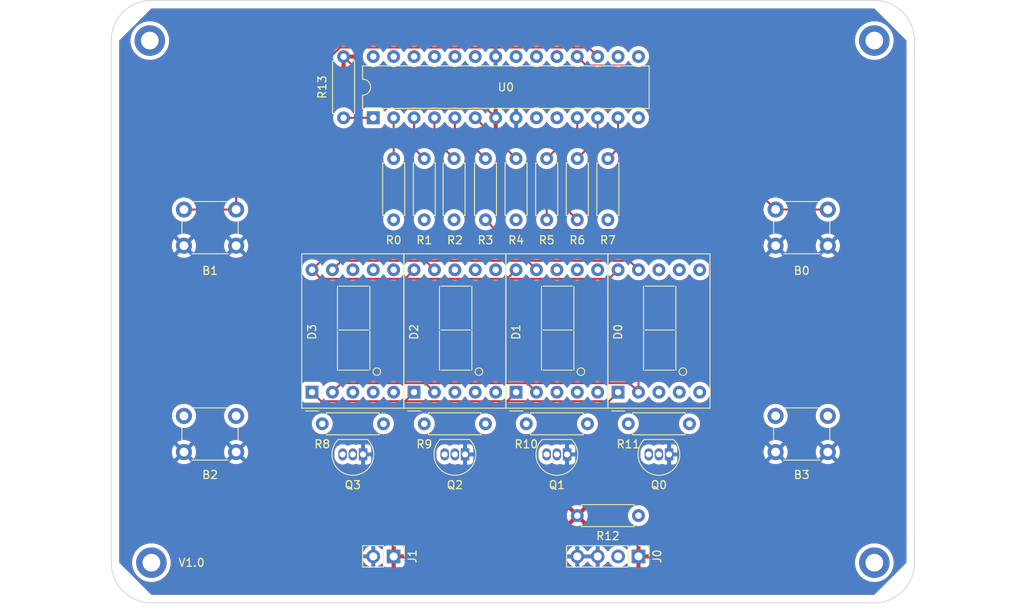
<source format=kicad_pcb>
(kicad_pcb (version 20211014) (generator pcbnew)
  (layers (0 "F.Cu" signal) (1 "In1.Cu" signal) (2 "In2.Cu" signal) (31 "B.Cu" signal) (34 "B.Paste" user) (35 "F.Paste" user) (36 "B.SilkS" user "B.Silkscreen") (37 "F.SilkS" user "F.Silkscreen") (38 "B.Mask" user) (39 "F.Mask" user) (44 "Edge.Cuts" user))
  (net 0 "")
  (net 1 "Net-(B0-Pad1)")
  (net 2 "GND")
  (net 3 "Net-(B1-Pad1)")
  (net 4 "Net-(B2-Pad1)")
  (net 5 "Net-(B3-Pad1)")
  (net 6 "VCC")
  (net 7 "/SS_E")
  (net 8 "/SS_D")
  (net 9 "Net-(D0-Pad3)")
  (net 10 "/SS_C")
  (net 11 "/SS_DP")
  (net 12 "/SS_B")
  (net 13 "/SS_A")
  (net 14 "/SS_F")
  (net 15 "/SS_G")
  (net 16 "Net-(D1-Pad3)")
  (net 17 "Net-(D2-Pad3)")
  (net 18 "Net-(D3-Pad3)")
  (net 19 "Net-(R12-Pad2)")
  (net 20 "Net-(Q0-Pad2)")
  (net 21 "Net-(Q1-Pad2)")
  (net 22 "Net-(Q2-Pad2)")
  (net 23 "Net-(Q3-Pad2)")
  (net 24 "Net-(R0-Pad1)")
  (net 25 "Net-(R1-Pad1)")
  (net 26 "Net-(R2-Pad1)")
  (net 27 "Net-(R3-Pad1)")
  (net 28 "Net-(R4-Pad1)")
  (net 29 "Net-(R5-Pad1)")
  (net 30 "Net-(R6-Pad1)")
  (net 31 "Net-(R7-Pad1)")
  (net 32 "Net-(R8-Pad1)")
  (net 33 "Net-(R9-Pad1)")
  (net 34 "Net-(R10-Pad1)")
  (net 35 "Net-(R11-Pad1)")
  (net 36 "Net-(R13-Pad1)")
  (footprint "Resistor_THT:R_Axial_DIN0207_L6.3mm_D2.5mm_P7.62mm_Horizontal" (layer "F.Cu") (at 152.4 59.69 -90)
    (fp_text reference "R4" (at 10.16 0 180) (layer "F.SilkS"))
    (fp_text value "100R")
    (fp_line (start 7.08 -1.37) (end 7.08 -1.04) (layer "F.SilkS") (width 0.12))
    (fp_line (start 0.54 -1.04) (end 0.54 -1.37) (layer "F.SilkS") (width 0.12))
    (fp_line (start 0.54 1.37) (end 7.08 1.37) (layer "F.SilkS") (width 0.12))
    (fp_line (start 0.54 -1.37) (end 7.08 -1.37) (layer "F.SilkS") (width 0.12))
    (fp_line (start 7.08 1.37) (end 7.08 1.04) (layer "F.SilkS") (width 0.12))
    (fp_line (start 0.54 1.04) (end 0.54 1.37) (layer "F.SilkS") (width 0.12))
    (pad "1" thru_hole circle (at 0 0 270) (size 1.6 1.6) (drill 0.8) (layers *.Cu *.Mask) (net 28 "Net-(R4-Pad1)"))
    (pad "2" thru_hole oval (at 7.62 0 270) (size 1.6 1.6) (drill 0.8) (layers *.Cu *.Mask) (net 7 "/SS_E"))
  )
  (footprint "Resistor_THT:R_Axial_DIN0207_L6.3mm_D2.5mm_P7.62mm_Horizontal" (layer "F.Cu") (at 137.16 59.69 -90)
    (fp_text reference "R0" (at 10.16 0 180) (layer "F.SilkS"))
    (fp_text value "100R")
    (fp_line (start 0.54 1.37) (end 7.08 1.37) (layer "F.SilkS") (width 0.12))
    (fp_line (start 0.54 1.04) (end 0.54 1.37) (layer "F.SilkS") (width 0.12))
    (fp_line (start 0.54 -1.04) (end 0.54 -1.37) (layer "F.SilkS") (width 0.12))
    (fp_line (start 0.54 -1.37) (end 7.08 -1.37) (layer "F.SilkS") (width 0.12))
    (fp_line (start 7.08 1.37) (end 7.08 1.04) (layer "F.SilkS") (width 0.12))
    (fp_line (start 7.08 -1.37) (end 7.08 -1.04) (layer "F.SilkS") (width 0.12))
    (pad "1" thru_hole circle (at 0 0 270) (size 1.6 1.6) (drill 0.8) (layers *.Cu *.Mask) (net 24 "Net-(R0-Pad1)"))
    (pad "2" thru_hole oval (at 7.62 0 270) (size 1.6 1.6) (drill 0.8) (layers *.Cu *.Mask) (net 13 "/SS_A"))
  )
  (footprint "Connector_PinHeader_2.54mm:PinHeader_1x02_P2.54mm_Vertical" (layer "F.Cu") (at 137.16 109.22 -90)
    (fp_text reference "J1" (at 0 -2.33 -90) (layer "F.SilkS"))
    (fp_text value "battery_connection")
    (fp_line (start 1.33 1.27) (end 1.33 3.87) (layer "F.SilkS") (width 0.12))
    (fp_line (start -1.33 1.27) (end -1.33 3.87) (layer "F.SilkS") (width 0.12))
    (fp_line (start -1.33 3.87) (end 1.33 3.87) (layer "F.SilkS") (width 0.12))
    (fp_line (start -1.33 0) (end -1.33 -1.33) (layer "F.SilkS") (width 0.12))
    (fp_line (start -1.33 1.27) (end 1.33 1.27) (layer "F.SilkS") (width 0.12))
    (fp_line (start -1.33 -1.33) (end 0 -1.33) (layer "F.SilkS") (width 0.12))
    (pad "1" thru_hole rect (at 0 0 270) (size 1.7 1.7) (drill 1) (layers *.Cu *.Mask) (net 6 "VCC"))
    (pad "2" thru_hole oval (at 0 2.54 270) (size 1.7 1.7) (drill 1) (layers *.Cu *.Mask) (net 2 "GND"))
  )
  (footprint "Display_7Segment:D1X8K" (layer "F.Cu") (at 139.7 88.7775 90)
    (fp_text reference "D2" (at 7.4975 0 90) (layer "F.SilkS"))
    (fp_text value "INND-TS56")
    (fp_line (start -2.34 -0.8) (end -2.34 0.81) (layer "F.SilkS") (width 0.12))
    (fp_line (start 7.646 3.1594) (end 2.7438 3.1594) (layer "F.SilkS") (width 0.12))
    (fp_line (start 17.23 -1.28) (end 17.23 11.44) (layer "F.SilkS") (width 0.12))
    (fp_line (start 17.23 11.44) (end -1.99 11.44) (layer "F.SilkS") (width 0.12))
    (fp_line (start 7.646 7.198) (end 2.7438 7.198) (layer "F.SilkS") (width 0.12))
    (fp_line (start -1.99 -1.28) (end -1.99 11.44) (layer "F.SilkS") (width 0.12))
    (fp_line (start 17.23 -1.28) (end -1.99 -1.28) (layer "F.SilkS") (width 0.12))
    (fp_line (start 13.1832 3.1594) (end 7.8238 3.1594) (layer "F.SilkS") (width 0.12))
    (fp_line (start 13.2086 3.3372) (end 13.2086 7.0202) (layer "F.SilkS") (width 0.12))
    (fp_line (start 13.1832 7.198) (end 7.8238 7.198) (layer "F.SilkS") (width 0.12))
    (fp_line (start 2.7438 3.3372) (end 2.7438 7.0202) (layer "F.SilkS") (width 0.12))
    (fp_line (start 7.7476 3.3372) (end 7.7476 7.0202) (layer "F.SilkS") (width 0.12))
    (fp_circle (center 2.557533 8.07) (end 2.836933 7.689) (layer "F.SilkS") (width 0.12) (fill none))
    (pad "1" thru_hole rect (at 0 0) (size 1.6 1.6) (drill 0.8) (layers *.Cu *.Mask) (net 7 "/SS_E"))
    (pad "2" thru_hole circle (at 0 2.54) (size 1.6 1.6) (drill 0.8) (layers *.Cu *.Mask) (net 8 "/SS_D"))
    (pad "3" thru_hole circle (at 0 5.08) (size 1.6 1.6) (drill 0.8) (layers *.Cu *.Mask) (net 17 "Net-(D2-Pad3)"))
    (pad "4" thru_hole circle (at 0 7.62) (size 1.6 1.6) (drill 0.8) (layers *.Cu *.Mask) (net 10 "/SS_C"))
    (pad "5" thru_hole circle (at 0 10.16) (size 1.6 1.6) (drill 0.8) (layers *.Cu *.Mask) (net 11 "/SS_DP"))
    (pad "6" thru_hole circle (at 15.24 10.16) (size 1.6 1.6) (drill 0.8) (layers *.Cu *.Mask) (net 12 "/SS_B"))
    (pad "7" thru_hole circle (at 15.24 7.62) (size 1.6 1.6) (drill 0.8) (layers *.Cu *.Mask) (net 13 "/SS_A"))
    (pad "8" thru_hole circle (at 15.24 5.08) (size 1.6 1.6) (drill 0.8) (layers *.Cu *.Mask) (net 17 "Net-(D2-Pad3)"))
    (pad "9" thru_hole circle (at 15.24 2.54) (size 1.6 1.6) (drill 0.8) (layers *.Cu *.Mask) (net 14 "/SS_F"))
    (pad "10" thru_hole circle (at 15.24 0) (size 1.6 1.6) (drill 0.8) (layers *.Cu *.Mask) (net 15 "/SS_G"))
  )
  (footprint "Resistor_THT:R_Axial_DIN0207_L6.3mm_D2.5mm_P7.62mm_Horizontal" (layer "F.Cu") (at 148.59 92.71 180)
    (fp_text reference "R9" (at 7.62 -2.54) (layer "F.SilkS"))
    (fp_text value "680R")
    (fp_line (start 7.08 1.37) (end 7.08 1.04) (layer "F.SilkS") (width 0.12))
    (fp_line (start 0.54 -1.37) (end 7.08 -1.37) (layer "F.SilkS") (width 0.12))
    (fp_line (start 7.08 -1.37) (end 7.08 -1.04) (layer "F.SilkS") (width 0.12))
    (fp_line (start 0.54 1.04) (end 0.54 1.37) (layer "F.SilkS") (width 0.12))
    (fp_line (start 0.54 1.37) (end 7.08 1.37) (layer "F.SilkS") (width 0.12))
    (fp_line (start 0.54 -1.04) (end 0.54 -1.37) (layer "F.SilkS") (width 0.12))
    (pad "1" thru_hole circle (at 0 0 180) (size 1.6 1.6) (drill 0.8) (layers *.Cu *.Mask) (net 33 "Net-(R9-Pad1)"))
    (pad "2" thru_hole oval (at 7.62 0 180) (size 1.6 1.6) (drill 0.8) (layers *.Cu *.Mask) (net 22 "Net-(Q2-Pad2)"))
  )
  (footprint "Display_7Segment:D1X8K" (layer "F.Cu") (at 165.1 88.7775 90)
    (fp_text reference "D0" (at 7.4975 0 90) (layer "F.SilkS"))
    (fp_text value "INND-TS56")
    (fp_line (start 7.7476 3.3372) (end 7.7476 7.0202) (layer "F.SilkS") (width 0.12))
    (fp_line (start 17.23 11.44) (end -1.99 11.44) (layer "F.SilkS") (width 0.12))
    (fp_line (start 13.2086 3.3372) (end 13.2086 7.0202) (layer "F.SilkS") (width 0.12))
    (fp_line (start -1.99 -1.28) (end -1.99 11.44) (layer "F.SilkS") (width 0.12))
    (fp_line (start 13.1832 3.1594) (end 7.8238 3.1594) (layer "F.SilkS") (width 0.12))
    (fp_line (start 13.1832 7.198) (end 7.8238 7.198) (layer "F.SilkS") (width 0.12))
    (fp_line (start 17.23 -1.28) (end 17.23 11.44) (layer "F.SilkS") (width 0.12))
    (fp_line (start 7.646 7.198) (end 2.7438 7.198) (layer "F.SilkS") (width 0.12))
    (fp_line (start 2.7438 3.3372) (end 2.7438 7.0202) (layer "F.SilkS") (width 0.12))
    (fp_line (start -2.34 -0.8) (end -2.34 0.81) (layer "F.SilkS") (width 0.12))
    (fp_line (start 7.646 3.1594) (end 2.7438 3.1594) (layer "F.SilkS") (width 0.12))
    (fp_line (start 17.23 -1.28) (end -1.99 -1.28) (layer "F.SilkS") (width 0.12))
    (fp_circle (center 2.557533 8.07) (end 2.836933 7.689) (layer "F.SilkS") (width 0.12) (fill none))
    (pad "1" thru_hole rect (at 0 0) (size 1.6 1.6) (drill 0.8) (layers *.Cu *.Mask) (net 7 "/SS_E"))
    (pad "2" thru_hole circle (at 0 2.54) (size 1.6 1.6) (drill 0.8) (layers *.Cu *.Mask) (net 8 "/SS_D"))
    (pad "3" thru_hole circle (at 0 5.08) (size 1.6 1.6) (drill 0.8) (layers *.Cu *.Mask) (net 9 "Net-(D0-Pad3)"))
    (pad "4" thru_hole circle (at 0 7.62) (size 1.6 1.6) (drill 0.8) (layers *.Cu *.Mask) (net 10 "/SS_C"))
    (pad "5" thru_hole circle (at 0 10.16) (size 1.6 1.6) (drill 0.8) (layers *.Cu *.Mask) (net 11 "/SS_DP"))
    (pad "6" thru_hole circle (at 15.24 10.16) (size 1.6 1.6) (drill 0.8) (layers *.Cu *.Mask) (net 12 "/SS_B"))
    (pad "7" thru_hole circle (at 15.24 7.62) (size 1.6 1.6) (drill 0.8) (layers *.Cu *.Mask) (net 13 "/SS_A"))
    (pad "8" thru_hole circle (at 15.24 5.08) (size 1.6 1.6) (drill 0.8) (layers *.Cu *.Mask) (net 9 "Net-(D0-Pad3)"))
    (pad "9" thru_hole circle (at 15.24 2.54) (size 1.6 1.6) (drill 0.8) (layers *.Cu *.Mask) (net 14 "/SS_F"))
    (pad "10" thru_hole circle (at 15.24 0) (size 1.6 1.6) (drill 0.8) (layers *.Cu *.Mask) (net 15 "/SS_G"))
  )
  (footprint "Resistor_THT:R_Axial_DIN0207_L6.3mm_D2.5mm_P7.62mm_Horizontal" (layer "F.Cu") (at 140.97 59.69 -90)
    (fp_text reference "R1" (at 10.16 0 180) (layer "F.SilkS"))
    (fp_text value "100R")
    (fp_line (start 0.54 -1.37) (end 7.08 -1.37) (layer "F.SilkS") (width 0.12))
    (fp_line (start 7.08 -1.37) (end 7.08 -1.04) (layer "F.SilkS") (width 0.12))
    (fp_line (start 0.54 -1.04) (end 0.54 -1.37) (layer "F.SilkS") (width 0.12))
    (fp_line (start 7.08 1.37) (end 7.08 1.04) (layer "F.SilkS") (width 0.12))
    (fp_line (start 0.54 1.37) (end 7.08 1.37) (layer "F.SilkS") (width 0.12))
    (fp_line (start 0.54 1.04) (end 0.54 1.37) (layer "F.SilkS") (width 0.12))
    (pad "1" thru_hole circle (at 0 0 270) (size 1.6 1.6) (drill 0.8) (layers *.Cu *.Mask) (net 25 "Net-(R1-Pad1)"))
    (pad "2" thru_hole oval (at 7.62 0 270) (size 1.6 1.6) (drill 0.8) (layers *.Cu *.Mask) (net 12 "/SS_B"))
  )
  (footprint "Package_DIP:DIP-28_W7.62mm" (layer "F.Cu") (at 134.62 54.61 90)
    (fp_text reference "U0" (at 3.8 16.51 180) (layer "F.SilkS"))
    (fp_text value "ATmega328P-U")
    (fp_line (start 1.16 -1.33) (end 1.16 34.35) (layer "F.SilkS") (width 0.12))
    (fp_line (start 2.81 -1.33) (end 1.16 -1.33) (layer "F.SilkS") (width 0.12))
    (fp_line (start 1.16 34.35) (end 6.46 34.35) (layer "F.SilkS") (width 0.12))
    (fp_line (start 6.46 -1.33) (end 4.81 -1.33) (layer "F.SilkS") (width 0.12))
    (fp_line (start 6.46 34.35) (end 6.46 -1.33) (layer "F.SilkS") (width 0.12))
    (fp_arc (start 4.81 -1.33) (mid 3.81 -0.33) (end 2.81 -1.33) (layer "F.SilkS") (width 0.12))
    (pad "1" thru_hole rect (at 0 0 90) (size 1.6 1.6) (drill 0.8) (layers *.Cu *.Mask) (net 36 "Net-(R13-Pad1)"))
    (pad "2" thru_hole oval (at 0 2.54 90) (size 1.6 1.6) (drill 0.8) (layers *.Cu *.Mask) (net 24 "Net-(R0-Pad1)"))
    (pad "3" thru_hole oval (at 0 5.08 90) (size 1.6 1.6) (drill 0.8) (layers *.Cu *.Mask) (net 25 "Net-(R1-Pad1)"))
    (pad "4" thru_hole oval (at 0 7.62 90) (size 1.6 1.6) (drill 0.8) (layers *.Cu *.Mask) (net 26 "Net-(R2-Pad1)"))
    (pad "5" thru_hole oval (at 0 10.16 90) (size 1.6 1.6) (drill 0.8) (layers *.Cu *.Mask) (net 27 "Net-(R3-Pad1)"))
    (pad "6" thru_hole oval (at 0 12.7 90) (size 1.6 1.6) (drill 0.8) (layers *.Cu *.Mask) (net 28 "Net-(R4-Pad1)"))
    (pad "7" thru_hole oval (at 0 15.24 90) (size 1.6 1.6) (drill 0.8) (layers *.Cu *.Mask) (net 6 "VCC"))
    (pad "8" thru_hole oval (at 0 17.78 90) (size 1.6 1.6) (drill 0.8) (layers *.Cu *.Mask) (net 2 "GND"))
    (pad "9" thru_hole oval (at 0 20.32 90) (size 1.6 1.6) (drill 0.8) (layers *.Cu *.Mask))
    (pad "10" thru_hole oval (at 0 22.86 90) (size 1.6 1.6) (drill 0.8) (layers *.Cu *.Mask))
    (pad "11" thru_hole oval (at 0 25.4 90) (size 1.6 1.6) (drill 0.8) (layers *.Cu *.Mask) (net 29 "Net-(R5-Pad1)"))
    (pad "12" thru_hole oval (at 0 27.94 90) (size 1.6 1.6) (drill 0.8) (layers *.Cu *.Mask) (net 30 "Net-(R6-Pad1)"))
    (pad "13" thru_hole oval (at 0 30.48 90) (size 1.6 1.6) (drill 0.8) (layers *.Cu *.Mask) (net 31 "Net-(R7-Pad1)"))
    (pad "14" thru_hole oval (at 0 33.02 90) (size 1.6 1.6) (drill 0.8) (layers *.Cu *.Mask) (net 19 "Net-(R12-Pad2)"))
    (pad "15" thru_hole oval (at 7.62 33.02 90) (size 1.6 1.6) (drill 0.8) (layers *.Cu *.Mask) (net 5 "Net-(B3-Pad1)"))
    (pad "16" thru_hole oval (at 7.62 30.48 90) (size 1.6 1.6) (drill 0.8) (layers *.Cu *.Mask) (net 4 "Net-(B2-Pad1)"))
    (pad "17" thru_hole oval (at 7.62 27.94 90) (size 1.6 1.6) (drill 0.8) (layers *.Cu *.Mask) (net 3 "Net-(B1-Pad1)"))
    (pad "18" thru_hole oval (at 7.62 25.4 90) (size 1.6 1.6) (drill 0.8) (layers *.Cu *.Mask) (net 1 "Net-(B0-Pad1)"))
    (pad "19" thru_hole oval (at 7.62 22.86 90) (size 1.6 1.6) (drill 0.8) (layers *.Cu *.Mask))
    (pad "20" thru_hole oval (at 7.62 20.32 90) (size 1.6 1.6) (drill 0.8) (layers *.Cu *.Mask))
    (pad "21" thru_hole oval (at 7.62 17.78 90) (size 1.6 1.6) (drill 0.8) (layers *.Cu *.Mask))
    (pad "22" thru_hole oval (at 7.62 15.24 90) (size 1.6 1.6) (drill 0.8) (layers *.Cu *.Mask) (net 2 "GND"))
    (pad "23" thru_hole oval (at 7.62 12.7 90) (size 1.6 1.6) (drill 0.8) (layers *.Cu *.Mask) (net 35 "Net-(R11-Pad1)"))
    (pad "24" thru_hole oval (at 7.62 10.16 90) (size 1.6 1.6) (drill 0.8) (layers *.Cu *.Mask) (net 34 "Net-(R10-Pad1)"))
    (pad "25" thru_hole oval (at 7.62 7.62 90) (size 1.6 1.6) (drill 0.8) (layers *.Cu *.Mask) (net 33 "Net-(R9-Pad1)"))
    (pad "26" thru_hole oval (at 7.62 5.08 90) (size 1.6 1.6) (drill 0.8) (layers *.Cu *.Mask) (net 32 "Net-(R8-Pad1)"))
    (pad "27" thru_hole oval (at 7.62 2.54 90) (size 1.6 1.6) (drill 0.8) (layers *.Cu *.Mask))
    (pad "28" thru_hole oval (at 7.62 0 90) (size 1.6 1.6) (drill 0.8) (layers *.Cu *.Mask))
  )
  (footprint "Resistor_THT:R_Axial_DIN0207_L6.3mm_D2.5mm_P7.62mm_Horizontal" (layer "F.Cu") (at 135.89 92.71 180)
    (fp_text reference "R8" (at 7.62 -2.54) (layer "F.SilkS"))
    (fp_text value "680R")
    (fp_line (start 0.54 -1.37) (end 7.08 -1.37) (layer "F.SilkS") (width 0.12))
    (fp_line (start 0.54 1.37) (end 7.08 1.37) (layer "F.SilkS") (width 0.12))
    (fp_line (start 7.08 1.37) (end 7.08 1.04) (layer "F.SilkS") (width 0.12))
    (fp_line (start 0.54 -1.04) (end 0.54 -1.37) (layer "F.SilkS") (width 0.12))
    (fp_line (start 7.08 -1.37) (end 7.08 -1.04) (layer "F.SilkS") (width 0.12))
    (fp_line (start 0.54 1.04) (end 0.54 1.37) (layer "F.SilkS") (width 0.12))
    (pad "1" thru_hole circle (at 0 0 180) (size 1.6 1.6) (drill 0.8) (layers *.Cu *.Mask) (net 32 "Net-(R8-Pad1)"))
    (pad "2" thru_hole oval (at 7.62 0 180) (size 1.6 1.6) (drill 0.8) (layers *.Cu *.Mask) (net 23 "Net-(Q3-Pad2)"))
  )
  (footprint "MountingHole:MountingHole_2.2mm_M2_DIN965_Pad_TopBottom" (layer "F.Cu") (at 197 45)
    (fp_text reference "REF**" hide)
    (fp_text value "MountingHole_2.2mm_M2_DIN965_Pad_TopBottom")
    (pad "1" thru_hole circle (at 0 0) (size 2.6 2.6) (drill 2.2) (layers *.Cu *.Mask))
    (pad "1" connect circle (at 0 0) (size 3.8 3.8) (layers "B.Cu" "B.Mask"))
    (pad "1" connect circle (at 0 0) (size 3.8 3.8) (layers "F.Cu" "F.Mask"))
  )
  (footprint "Package_TO_SOT_THT:TO-92_Inline" (layer "F.Cu") (at 146.05 96.52 180)
    (fp_text reference "Q2" (at 1.27 -3.81) (layer "F.SilkS"))
    (fp_text value "PN2222A")
    (fp_line (start -0.53 1.85) (end 3.07 1.85) (layer "F.SilkS") (width 0.12))
    (fp_arc (start -0.568478 1.838478) (mid -1.132087 -0.994977) (end 1.27 -2.6) (layer "F.SilkS") (width 0.12))
    (fp_arc (start 1.27 -2.6) (mid 3.672087 -0.994977) (end 3.108478 1.838478) (layer "F.SilkS") (width 0.12))
    (pad "1" thru_hole rect (at 0 0 180) (size 1.05 1.5) (drill 0.75) (layers *.Cu *.Mask) (net 2 "GND"))
    (pad "2" thru_hole oval (at 1.27 0 180) (size 1.05 1.5) (drill 0.75) (layers *.Cu *.Mask) (net 22 "Net-(Q2-Pad2)"))
    (pad "3" thru_hole oval (at 2.54 0 180) (size 1.05 1.5) (drill 0.75) (layers *.Cu *.Mask) (net 17 "Net-(D2-Pad3)"))
  )
  (footprint "Resistor_THT:R_Axial_DIN0207_L6.3mm_D2.5mm_P7.62mm_Horizontal" (layer "F.Cu") (at 161.29 92.71 180)
    (fp_text reference "R10" (at 7.62 -2.54) (layer "F.SilkS"))
    (fp_text value "680R")
    (fp_line (start 0.54 1.04) (end 0.54 1.37) (layer "F.SilkS") (width 0.12))
    (fp_line (start 0.54 -1.04) (end 0.54 -1.37) (layer "F.SilkS") (width 0.12))
    (fp_line (start 0.54 -1.37) (end 7.08 -1.37) (layer "F.SilkS") (width 0.12))
    (fp_line (start 0.54 1.37) (end 7.08 1.37) (layer "F.SilkS") (width 0.12))
    (fp_line (start 7.08 1.37) (end 7.08 1.04) (layer "F.SilkS") (width 0.12))
    (fp_line (start 7.08 -1.37) (end 7.08 -1.04) (layer "F.SilkS") (width 0.12))
    (pad "1" thru_hole circle (at 0 0 180) (size 1.6 1.6) (drill 0.8) (layers *.Cu *.Mask) (net 34 "Net-(R10-Pad1)"))
    (pad "2" thru_hole oval (at 7.62 0 180) (size 1.6 1.6) (drill 0.8) (layers *.Cu *.Mask) (net 21 "Net-(Q1-Pad2)"))
  )
  (footprint "MountingHole:MountingHole_2.2mm_M2_DIN965_Pad_TopBottom" (layer "F.Cu") (at 106.8 45)
    (fp_text reference "REF**" hide)
    (fp_text value "MountingHole_2.2mm_M2_DIN965_Pad_TopBottom")
    (pad "1" connect circle (at 0 0) (size 3.8 3.8) (layers "F.Cu" "F.Mask"))
    (pad "1" connect circle (at 0 0) (size 3.8 3.8) (layers "B.Cu" "B.Mask"))
    (pad "1" thru_hole circle (at 0 0) (size 2.6 2.6) (drill 2.2) (layers *.Cu *.Mask))
  )
  (footprint "Resistor_THT:R_Axial_DIN0207_L6.3mm_D2.5mm_P7.62mm_Horizontal" (layer "F.Cu") (at 156.21 59.69 -90)
    (fp_text reference "R5" (at 10.16 0 180) (layer "F.SilkS"))
    (fp_text value "100R")
    (fp_line (start 0.54 1.37) (end 7.08 1.37) (layer "F.SilkS") (width 0.12))
    (fp_line (start 0.54 1.04) (end 0.54 1.37) (layer "F.SilkS") (width 0.12))
    (fp_line (start 0.54 -1.04) (end 0.54 -1.37) (layer "F.SilkS") (width 0.12))
    (fp_line (start 0.54 -1.37) (end 7.08 -1.37) (layer "F.SilkS") (width 0.12))
    (fp_line (start 7.08 -1.37) (end 7.08 -1.04) (layer "F.SilkS") (width 0.12))
    (fp_line (start 7.08 1.37) (end 7.08 1.04) (layer "F.SilkS") (width 0.12))
    (pad "1" thru_hole circle (at 0 0 270) (size 1.6 1.6) (drill 0.8) (layers *.Cu *.Mask) (net 29 "Net-(R5-Pad1)"))
    (pad "2" thru_hole oval (at 7.62 0 270) (size 1.6 1.6) (drill 0.8) (layers *.Cu *.Mask) (net 14 "/SS_F"))
  )
  (footprint "Resistor_THT:R_Axial_DIN0207_L6.3mm_D2.5mm_P7.62mm_Horizontal" (layer "F.Cu") (at 148.59 59.69 -90)
    (fp_text reference "R3" (at 10.16 0 180) (layer "F.SilkS"))
    (fp_text value "100R")
    (fp_line (start 0.54 1.04) (end 0.54 1.37) (layer "F.SilkS") (width 0.12))
    (fp_line (start 0.54 -1.37) (end 7.08 -1.37) (layer "F.SilkS") (width 0.12))
    (fp_line (start 7.08 -1.37) (end 7.08 -1.04) (layer "F.SilkS") (width 0.12))
    (fp_line (start 0.54 1.37) (end 7.08 1.37) (layer "F.SilkS") (width 0.12))
    (fp_line (start 7.08 1.37) (end 7.08 1.04) (layer "F.SilkS") (width 0.12))
    (fp_line (start 0.54 -1.04) (end 0.54 -1.37) (layer "F.SilkS") (width 0.12))
    (pad "1" thru_hole circle (at 0 0 270) (size 1.6 1.6) (drill 0.8) (layers *.Cu *.Mask) (net 27 "Net-(R3-Pad1)"))
    (pad "2" thru_hole oval (at 7.62 0 270) (size 1.6 1.6) (drill 0.8) (layers *.Cu *.Mask) (net 8 "/SS_D"))
  )
  (footprint "Button_Switch_THT:SW_PUSH_6mm_H9.5mm" (layer "F.Cu") (at 184.71 66.04)
    (fp_text reference "B0" (at 3.25 7.62) (layer "F.SilkS"))
    (fp_text value "disp_current_temp")
    (fp_line (start 5.5 -1) (end 1 -1) (layer "F.SilkS") (width 0.12))
    (fp_line (start 6.75 3) (end 6.75 1.5) (layer "F.SilkS") (width 0.12))
    (fp_line (start 1 5.5) (end 5.5 5.5) (layer "F.SilkS") (width 0.12))
    (fp_line (start -0.25 1.5) (end -0.25 3) (layer "F.SilkS") (width 0.12))
    (pad "1" thru_hole circle (at 6.5 0 90) (size 2 2) (drill 1.1) (layers *.Cu *.Mask) (net 1 "Net-(B0-Pad1)"))
    (pad "1" thru_hole circle (at 0 0 90) (size 2 2) (drill 1.1) (layers *.Cu *.Mask) (net 1 "Net-(B0-Pad1)"))
    (pad "2" thru_hole circle (at 6.5 4.5 90) (size 2 2) (drill 1.1) (layers *.Cu *.Mask) (net 2 "GND"))
    (pad "2" thru_hole circle (at 0 4.5 90) (size 2 2) (drill 1.1) (layers *.Cu *.Mask) (net 2 "GND"))
  )
  (footprint "Button_Switch_THT:SW_PUSH_6mm_H9.5mm" (layer "F.Cu") (at 184.71 91.73)
    (fp_text reference "B3" (at 3.25 7.33) (layer "F.SilkS"))
    (fp_text value "reset_saved_temps")
    (fp_line (start -0.25 1.5) (end -0.25 3) (layer "F.SilkS") (width 0.12))
    (fp_line (start 6.75 3) (end 6.75 1.5) (layer "F.SilkS") (width 0.12))
    (fp_line (start 5.5 -1) (end 1 -1) (layer "F.SilkS") (width 0.12))
    (fp_line (start 1 5.5) (end 5.5 5.5) (layer "F.SilkS") (width 0.12))
    (pad "1" thru_hole circle (at 0 0 90) (size 2 2) (drill 1.1) (layers *.Cu *.Mask) (net 5 "Net-(B3-Pad1)"))
    (pad "1" thru_hole circle (at 6.5 0 90) (size 2 2) (drill 1.1) (layers *.Cu *.Mask) (net 5 "Net-(B3-Pad1)"))
    (pad "2" thru_hole circle (at 6.5 4.5 90) (size 2 2) (drill 1.1) (layers *.Cu *.Mask) (net 2 "GND"))
    (pad "2" thru_hole circle (at 0 4.5 90) (size 2 2) (drill 1.1) (layers *.Cu *.Mask) (net 2 "GND"))
  )
  (footprint "Resistor_THT:R_Axial_DIN0207_L6.3mm_D2.5mm_P7.62mm_Horizontal" (layer "F.Cu") (at 173.99 92.71 180)
    (fp_text reference "R11" (at 7.62 -2.54) (layer "F.SilkS"))
    (fp_text value "680R")
    (fp_line (start 0.54 -1.04) (end 0.54 -1.37) (layer "F.SilkS") (width 0.12))
    (fp_line (start 0.54 1.04) (end 0.54 1.37) (layer "F.SilkS") (width 0.12))
    (fp_line (start 0.54 1.37) (end 7.08 1.37) (layer "F.SilkS") (width 0.12))
    (fp_line (start 7.08 -1.37) (end 7.08 -1.04) (layer "F.SilkS") (width 0.12))
    (fp_line (start 0.54 -1.37) (end 7.08 -1.37) (layer "F.SilkS") (width 0.12))
    (fp_line (start 7.08 1.37) (end 7.08 1.04) (layer "F.SilkS") (width 0.12))
    (pad "1" thru_hole circle (at 0 0 180) (size 1.6 1.6) (drill 0.8) (layers *.Cu *.Mask) (net 35 "Net-(R11-Pad1)"))
    (pad "2" thru_hole oval (at 7.62 0 180) (size 1.6 1.6) (drill 0.8) (layers *.Cu *.Mask) (net 20 "Net-(Q0-Pad2)"))
  )
  (footprint "Resistor_THT:R_Axial_DIN0207_L6.3mm_D2.5mm_P7.62mm_Horizontal" (layer "F.Cu") (at 130.927 54.62 90)
    (fp_text reference "R13" (at 3.82 -2.657 90) (layer "F.SilkS"))
    (fp_text value "10k")
    (fp_line (start 0.54 -1.37) (end 7.08 -1.37) (layer "F.SilkS") (width 0.12))
    (fp_line (start 0.54 -1.04) (end 0.54 -1.37) (layer "F.SilkS") (width 0.12))
    (fp_line (start 0.54 1.37) (end 7.08 1.37) (layer "F.SilkS") (width 0.12))
    (fp_line (start 7.08 1.37) (end 7.08 1.04) (layer "F.SilkS") (width 0.12))
    (fp_line (start 0.54 1.04) (end 0.54 1.37) (layer "F.SilkS") (width 0.12))
    (fp_line (start 7.08 -1.37) (end 7.08 -1.04) (layer "F.SilkS") (width 0.12))
    (pad "1" thru_hole circle (at 0 0 90) (size 1.6 1.6) (drill 0.8) (layers *.Cu *.Mask) (net 36 "Net-(R13-Pad1)"))
    (pad "2" thru_hole oval (at 7.62 0 90) (size 1.6 1.6) (drill 0.8) (layers *.Cu *.Mask) (net 6 "VCC"))
  )
  (footprint "Resistor_THT:R_Axial_DIN0207_L6.3mm_D2.5mm_P7.62mm_Horizontal" (layer "F.Cu") (at 160.02 59.69 -90)
    (fp_text reference "R6" (at 10.16 0 180) (layer "F.SilkS"))
    (fp_text value "100R")
    (fp_line (start 0.54 -1.04) (end 0.54 -1.37) (layer "F.SilkS") (width 0.12))
    (fp_line (start 0.54 -1.37) (end 7.08 -1.37) (layer "F.SilkS") (width 0.12))
    (fp_line (start 0.54 1.37) (end 7.08 1.37) (layer "F.SilkS") (width 0.12))
    (fp_line (start 7.08 -1.37) (end 7.08 -1.04) (layer "F.SilkS") (width 0.12))
    (fp_line (start 7.08 1.37) (end 7.08 1.04) (layer "F.SilkS") (width 0.12))
    (fp_line (start 0.54 1.04) (end 0.54 1.37) (layer "F.SilkS") (width 0.12))
    (pad "1" thru_hole circle (at 0 0 270) (size 1.6 1.6) (drill 0.8) (layers *.Cu *.Mask) (net 30 "Net-(R6-Pad1)"))
    (pad "2" thru_hole oval (at 7.62 0 270) (size 1.6 1.6) (drill 0.8) (layers *.Cu *.Mask) (net 15 "/SS_G"))
  )
  (footprint "Button_Switch_THT:SW_PUSH_6mm_H9.5mm" (layer "F.Cu") (at 111.05 91.73)
    (fp_text reference "B2" (at 3.25 7.33) (layer "F.SilkS"))
    (fp_text value "disp_min_temp")
    (fp_line (start 6.75 3) (end 6.75 1.5) (layer "F.SilkS") (width 0.12))
    (fp_line (start 5.5 -1) (end 1 -1) (layer "F.SilkS") (width 0.12))
    (fp_line (start -0.25 1.5) (end -0.25 3) (layer "F.SilkS") (width 0.12))
    (fp_line (start 1 5.5) (end 5.5 5.5) (layer "F.SilkS") (width 0.12))
    (pad "1" thru_hole circle (at 6.5 0 90) (size 2 2) (drill 1.1) (layers *.Cu *.Mask) (net 4 "Net-(B2-Pad1)"))
    (pad "1" thru_hole circle (at 0 0 90) (size 2 2) (drill 1.1) (layers *.Cu *.Mask) (net 4 "Net-(B2-Pad1)"))
    (pad "2" thru_hole circle (at 6.5 4.5 90) (size 2 2) (drill 1.1) (layers *.Cu *.Mask) (net 2 "GND"))
    (pad "2" thru_hole circle (at 0 4.5 90) (size 2 2) (drill 1.1) (layers *.Cu *.Mask) (net 2 "GND"))
  )
  (footprint "MountingHole:MountingHole_2.2mm_M2_DIN965_Pad_TopBottom" (layer "F.Cu") (at 107 110)
    (fp_text reference "REF**" hide)
    (fp_text value "MountingHole_2.2mm_M2_DIN965_Pad_TopBottom")
    (pad "1" connect circle (at 0 0) (size 3.8 3.8) (layers "F.Cu" "F.Mask"))
    (pad "1" thru_hole circle (at 0 0) (size 2.6 2.6) (drill 2.2) (layers *.Cu *.Mask))
    (pad "1" connect circle (at 0 0) (size 3.8 3.8) (layers "B.Cu" "B.Mask"))
  )
  (footprint "Package_TO_SOT_THT:TO-92_Inline" (layer "F.Cu") (at 133.35 96.52 180)
    (fp_text reference "Q3" (at 1.27 -3.81) (layer "F.SilkS"))
    (fp_text value "PN2222A")
    (fp_line (start -0.53 1.85) (end 3.07 1.85) (layer "F.SilkS") (width 0.12))
    (fp_arc (start 1.27 -2.6) (mid 3.672087 -0.994977) (end 3.108478 1.838478) (layer "F.SilkS") (width 0.12))
    (fp_arc (start -0.568478 1.838478) (mid -1.132087 -0.994977) (end 1.27 -2.6) (layer "F.SilkS") (width 0.12))
    (pad "1" thru_hole rect (at 0 0 180) (size 1.05 1.5) (drill 0.75) (layers *.Cu *.Mask) (net 2 "GND"))
    (pad "2" thru_hole oval (at 1.27 0 180) (size 1.05 1.5) (drill 0.75) (layers *.Cu *.Mask) (net 23 "Net-(Q3-Pad2)"))
    (pad "3" thru_hole oval (at 2.54 0 180) (size 1.05 1.5) (drill 0.75) (layers *.Cu *.Mask) (net 18 "Net-(D3-Pad3)"))
  )
  (footprint "Display_7Segment:D1X8K" (layer "F.Cu") (at 127 88.7775 90)
    (fp_text reference "D3" (at 7.4975 0 90) (layer "F.SilkS"))
    (fp_text value "INND-TS56")
    (fp_line (start 7.7476 3.3372) (end 7.7476 7.0202) (layer "F.SilkS") (width 0.12))
    (fp_line (start 7.646 3.1594) (end 2.7438 3.1594) (layer "F.SilkS") (width 0.12))
    (fp_line (start 13.2086 3.3372) (end 13.2086 7.0202) (layer "F.SilkS") (width 0.12))
    (fp_line (start 13.1832 3.1594) (end 7.8238 3.1594) (layer "F.SilkS") (width 0.12))
    (fp_line (start 17.23 -1.28) (end -1.99 -1.28) (layer "F.SilkS") (width 0.12))
    (fp_line (start 17.23 11.44) (end -1.99 11.44) (layer "F.SilkS") (width 0.12))
    (fp_line (start 17.23 -1.28) (end 17.23 11.44) (layer "F.SilkS") (width 0.12))
    (fp_line (start 2.7438 3.3372) (end 2.7438 7.0202) (layer "F.SilkS") (width 0.12))
    (fp_line (start -1.99 -1.28) (end -1.99 11.44) (layer "F.SilkS") (width 0.12))
    (fp_line (start 7.646 7.198) (end 2.7438 7.198) (layer "F.SilkS") (width 0.12))
    (fp_line (start 13.1832 7.198) (end 7.8238 7.198) (layer "F.SilkS") (width 0.12))
    (fp_line (start -2.34 -0.8) (end -2.34 0.81) (layer "F.SilkS") (width 0.12))
    (fp_circle (center 2.557533 8.07) (end 2.836933 7.689) (layer "F.SilkS") (width 0.12) (fill none))
    (pad "1" thru_hole rect (at 0 0) (size 1.6 1.6) (drill 0.8) (layers *.Cu *.Mask) (net 7 "/SS_E"))
    (pad "2" thru_hole circle (at 0 2.54) (size 1.6 1.6) (drill 0.8) (layers *.Cu *.Mask) (net 8 "/SS_D"))
    (pad "3" thru_hole circle (at 0 5.08) (size 1.6 1.6) (drill 0.8) (layers *.Cu *.Mask) (net 18 "Net-(D3-Pad3)"))
    (pad "4" thru_hole circle (at 0 7.62) (size 1.6 1.6) (drill 0.8) (layers *.Cu *.Mask) (net 10 "/SS_C"))
    (pad "5" thru_hole circle (at 0 10.16) (size 1.6 1.6) (drill 0.8) (layers *.Cu *.Mask) (net 11 "/SS_DP"))
    (pad "6" thru_hole circle (at 15.24 10.16) (size 1.6 1.6) (drill 0.8) (layers *.Cu *.Mask) (net 12 "/SS_B"))
    (pad "7" thru_hole circle (at 15.24 7.62) (size 1.6 1.6) (drill 0.8) (layers *.Cu *.Mask) (net 13 "/SS_A"))
    (pad "8" thru_hole circle (at 15.24 5.08) (size 1.6 1.6) (drill 0.8) (layers *.Cu *.Mask) (net 18 "Net-(D3-Pad3)"))
    (pad "9" thru_hole circle (at 15.24 2.54) (size 1.6 1.6) (drill 0.8) (layers *.Cu *.Mask) (net 14 "/SS_F"))
    (pad "10" thru_hole circle (at 15.24 0) (size 1.6 1.6) (drill 0.8) (layers *.Cu *.Mask) (net 15 "/SS_G"))
  )
  (footprint "Button_Switch_THT:SW_PUSH_6mm_H9.5mm" (layer "F.Cu") (at 111.05 66.04)
    (fp_text reference "B1" (at 3.25 7.62) (layer "F.SilkS"))
    (fp_text value "disp_max_temp")
    (fp_line (start 5.5 -1) (end 1 -1) (layer "F.SilkS") (width 0.12))
    (fp_line (start 6.75 3) (end 6.75 1.5) (layer "F.SilkS") (width 0.12))
    (fp_line (start -0.25 1.5) (end -0.25 3) (layer "F.SilkS") (width 0.12))
    (fp_line (start 1 5.5) (end 5.5 5.5) (layer "F.SilkS") (width 0.12))
    (pad "1" thru_hole circle (at 0 0 90) (size 2 2) (drill 1.1) (layers *.Cu *.Mask) (net 3 "Net-(B1-Pad1)"))
    (pad "1" thru_hole circle (at 6.5 0 90) (size 2 2) (drill 1.1) (layers *.Cu *.Mask) (net 3 "Net-(B1-Pad1)"))
    (pad "2" thru_hole circle (at 6.5 4.5 90) (size 2 2) (drill 1.1) (layers *.Cu *.Mask) (net 2 "GND"))
    (pad "2" thru_hole circle (at 0 4.5 90) (size 2 2) (drill 1.1) (layers *.Cu *.Mask) (net 2 "GND"))
  )
  (footprint "MountingHole:MountingHole_2.2mm_M2_DIN965_Pad_TopBottom" (layer "F.Cu") (at 197 110)
    (fp_text reference "REF**" hide)
    (fp_text value "MountingHole_2.2mm_M2_DIN965_Pad_TopBottom")
    (pad "1" connect circle (at 0 0) (size 3.8 3.8) (layers "B.Cu" "B.Mask"))
    (pad "1" connect circle (at 0 0) (size 3.8 3.8) (layers "F.Cu" "F.Mask"))
    (pad "1" thru_hole circle (at 0 0) (size 2.6 2.6) (drill 2.2) (layers *.Cu *.Mask))
  )
  (footprint "Resistor_THT:R_Axial_DIN0207_L6.3mm_D2.5mm_P7.62mm_Horizontal" (layer "F.Cu") (at 163.83 59.69 -90)
    (fp_text reference "R7" (at 10.16 0 180) (layer "F.SilkS"))
    (fp_text value "100R")
    (fp_line (start 0.54 1.04) (end 0.54 1.37) (layer "F.SilkS") (width 0.12))
    (fp_line (start 0.54 -1.04) (end 0.54 -1.37) (layer "F.SilkS") (width 0.12))
    (fp_line (start 7.08 -1.37) (end 7.08 -1.04) (layer "F.SilkS") (width 0.12))
    (fp_line (start 0.54 1.37) (end 7.08 1.37) (layer "F.SilkS") (width 0.12))
    (fp_line (start 7.08 1.37) (end 7.08 1.04) (layer "F.SilkS") (width 0.12))
    (fp_line (start 0.54 -1.37) (end 7.08 -1.37) (layer "F.SilkS") (width 0.12))
    (pad "1" thru_hole circle (at 0 0 270) (size 1.6 1.6) (drill 0.8) (layers *.Cu *.Mask) (net 31 "Net-(R7-Pad1)"))
    (pad "2" thru_hole oval (at 7.62 0 270) (size 1.6 1.6) (drill 0.8) (layers *.Cu *.Mask) (net 11 "/SS_DP"))
  )
  (footprint "Package_TO_SOT_THT:TO-92_Inline" (layer "F.Cu") (at 158.75 96.52 180)
    (fp_text reference "Q1" (at 1.27 -3.81) (layer "F.SilkS"))
    (fp_text value "PN2222A")
    (fp_line (start -0.53 1.85) (end 3.07 1.85) (layer "F.SilkS") (width 0.12))
    (fp_arc (start -0.568478 1.838478) (mid -1.132087 -0.994977) (end 1.27 -2.6) (layer "F.SilkS") (width 0.12))
    (fp_arc (start 1.27 -2.6) (mid 3.672087 -0.994977) (end 3.108478 1.838478) (layer "F.SilkS") (width 0.12))
    (pad "1" thru_hole rect (at 0 0 180) (size 1.05 1.5) (drill 0.75) (layers *.Cu *.Mask) (net 2 "GND"))
    (pad "2" thru_hole oval (at 1.27 0 180) (size 1.05 1.5) (drill 0.75) (layers *.Cu *.Mask) (net 21 "Net-(Q1-Pad2)"))
    (pad "3" thru_hole oval (at 2.54 0 180) (size 1.05 1.5) (drill 0.75) (layers *.Cu *.Mask) (net 16 "Net-(D1-Pad3)"))
  )
  (footprint "Resistor_THT:R_Axial_DIN0207_L6.3mm_D2.5mm_P7.62mm_Horizontal" (layer "F.Cu") (at 160.02 104.14)
    (fp_text reference "R12" (at 3.81 2.54) (layer "F.SilkS"))
    (fp_text value "4.7k")
    (fp_line (start 7.08 1.37) (end 7.08 1.04) (layer "F.SilkS") (width 0.12))
    (fp_line (start 7.08 -1.37) (end 7.08 -1.04) (layer "F.SilkS") (width 0.12))
    (fp_line (start 0.54 -1.37) (end 7.08 -1.37) (layer "F.SilkS") (width 0.12))
    (fp_line (start 0.54 1.37) (end 7.08 1.37) (layer "F.SilkS") (width 0.12))
    (fp_line (start 0.54 -1.04) (end 0.54 -1.37) (layer "F.SilkS") (width 0.12))
    (fp_line (start 0.54 1.04) (end 0.54 1.37) (layer "F.SilkS") (width 0.12))
    (pad "1" thru_hole circle (at 0 0) (size 1.6 1.6) (drill 0.8) (layers *.Cu *.Mask) (net 6 "VCC"))
    (pad "2" thru_hole oval (at 7.62 0) (size 1.6 1.6) (drill 0.8) (layers *.Cu *.Mask) (net 19 "Net-(R12-Pad2)"))
  )
  (footprint "Connector_PinHeader_2.54mm:PinHeader_1x04_P2.54mm_Vertical" (layer "F.Cu") (at 167.64 109.22 -90)
    (fp_text reference "J0" (at 0 -2.33 90) (layer "F.SilkS"))
    (fp_text value "sensor_connection")
    (fp_line (start -1.33 8.95) (end 1.33 8.95) (layer "F.SilkS") (width 0.12))
    (fp_line (start -1.33 1.27) (end -1.33 8.95) (layer "F.SilkS") (width 0.12))
    (fp_line (start -1.33 -1.33) (end 0 -1.33) (layer "F.SilkS") (width 0.12))
    (fp_line (start -1.33 0) (end -1.33 -1.33) (layer "F.SilkS") (width 0.12))
    (fp_line (start -1.33 1.27) (end 1.33 1.27) (layer "F.SilkS") (width 0.12))
    (fp_line (start 1.33 1.27) (end 1.33 8.95) (layer "F.SilkS") (width 0.12))
    (pad "1" thru_hole rect (at 0 0 270) (size 1.7 1.7) (drill 1) (layers *.Cu *.Mask) (net 6 "VCC"))
    (pad "2" thru_hole oval (at 0 2.54 270) (size 1.7 1.7) (drill 1) (layers *.Cu *.Mask) (net 19 "Net-(R12-Pad2)"))
    (pad "3" thru_hole oval (at 0 5.08 270) (size 1.7 1.7) (drill 1) (layers *.Cu *.Mask) (net 2 "GND"))
    (pad "4" thru_hole oval (at 0 7.62 270) (size 1.7 1.7) (drill 1) (layers *.Cu *.Mask) (net 2 "GND"))
  )
  (footprint "Display_7Segment:D1X8K" (layer "F.Cu") (at 152.4 88.7775 90)
    (fp_text reference "D1" (at 7.4975 0 90) (layer "F.SilkS"))
    (fp_text value "INND-TS56")
    (fp_line (start 13.1832 7.198) (end 7.8238 7.198) (layer "F.SilkS") (width 0.12))
    (fp_line (start 17.23 -1.28) (end -1.99 -1.28) (layer "F.SilkS") (width 0.12))
    (fp_line (start -2.34 -0.8) (end -2.34 0.81) (layer "F.SilkS") (width 0.12))
    (fp_line (start 13.2086 3.3372) (end 13.2086 7.0202) (layer "F.SilkS") (width 0.12))
    (fp_line (start 13.1832 3.1594) (end 7.8238 3.1594) (layer "F.SilkS") (width 0.12))
    (fp_line (start 7.7476 3.3372) (end 7.7476 7.0202) (layer "F.SilkS") (width 0.12))
    (fp_line (start 17.23 -1.28) (end 17.23 11.44) (layer "F.SilkS") (width 0.12))
    (fp_line (start 17.23 11.44) (end -1.99 11.44) (layer "F.SilkS") (width 0.12))
    (fp_line (start 7.646 7.198) (end 2.7438 7.198) (layer "F.SilkS") (width 0.12))
    (fp_line (start -1.99 -1.28) (end -1.99 11.44) (layer "F.SilkS") (width 0.12))
    (fp_line (start 7.646 3.1594) (end 2.7438 3.1594) (layer "F.SilkS") (width 0.12))
    (fp_line (start 2.7438 3.3372) (end 2.7438 7.0202) (layer "F.SilkS") (width 0.12))
    (fp_circle (center 2.557533 8.07) (end 2.836933 7.689) (layer "F.SilkS") (width 0.12) (fill none))
    (pad "1" thru_hole rect (at 0 0) (size 1.6 1.6) (drill 0.8) (layers *.Cu *.Mask) (net 7 "/SS_E"))
    (pad "2" thru_hole circle (at 0 2.54) (size 1.6 1.6) (drill 0.8) (layers *.Cu *.Mask) (net 8 "/SS_D"))
    (pad "3" thru_hole circle (at 0 5.08) (size 1.6 1.6) (drill 0.8) (layers *.Cu *.Mask) (net 16 "Net-(D1-Pad3)"))
    (pad "4" thru_hole circle (at 0 7.62) (size 1.6 1.6) (drill 0.8) (layers *.Cu *.Mask) (net 10 "/SS_C"))
    (pad "5" thru_hole circle (at 0 10.16) (size 1.6 1.6) (drill 0.8) (layers *.Cu *.Mask) (net 11 "/SS_DP"))
    (pad "6" thru_hole circle (at 15.24 10.16) (size 1.6 1.6) (drill 0.8) (layers *.Cu *.Mask) (net 12 "/SS_B"))
    (pad "7" thru_hole circle (at 15.24 7.62) (size 1.6 1.6) (drill 0.8) (layers *.Cu *.Mask) (net 13 "/SS_A"))
    (pad "8" thru_hole circle (at 15.24 5.08) (size 1.6 1.6) (drill 0.8) (layers *.Cu *.Mask) (net 16 "Net-(D1-Pad3)"))
    (pad "9" thru_hole circle (at 15.24 2.54) (size 1.6 1.6) (drill 0.8) (layers *.Cu *.Mask) (net 14 "/SS_F"))
    (pad "10" thru_hole circle (at 15.24 0) (size 1.6 1.6) (drill 0.8) (layers *.Cu *.Mask) (net 15 "/SS_G"))
  )
  (footprint "Package_TO_SOT_THT:TO-92_Inline" (layer "F.Cu") (at 171.45 96.52 180)
    (fp_text reference "Q0" (at 1.27 -3.81) (layer "F.SilkS"))
    (fp_text value "PN2222A")
    (fp_line (start -0.53 1.85) (end 3.07 1.85) (layer "F.SilkS") (width 0.12))
    (fp_arc (start -0.568478 1.838478) (mid -1.132087 -0.994977) (end 1.27 -2.6) (layer "F.SilkS") (width 0.12))
    (fp_arc (start 1.27 -2.6) (mid 3.672087 -0.994977) (end 3.108478 1.838478) (layer "F.SilkS") (width 0.12))
    (pad "1" thru_hole rect (at 0 0 180) (size 1.05 1.5) (drill 0.75) (layers *.Cu *.Mask) (net 2 "GND"))
    (pad "2" thru_hole oval (at 1.27 0 180) (size 1.05 1.5) (drill 0.75) (layers *.Cu *.Mask) (net 20 "Net-(Q0-Pad2)"))
    (pad "3" thru_hole oval (at 2.54 0 180) (size 1.05 1.5) (drill 0.75) (layers *.Cu *.Mask) (net 9 "Net-(D0-Pad3)"))
  )
  (footprint "Resistor_THT:R_Axial_DIN0207_L6.3mm_D2.5mm_P7.62mm_Horizontal" (layer "F.Cu") (at 144.68 59.69 -90)
    (fp_text reference "R2" (at 10.16 -0.1 180) (layer "F.SilkS"))
    (fp_text value "100R")
    (fp_line (start 7.08 1.37) (end 7.08 1.04) (layer "F.SilkS") (width 0.12))
    (fp_line (start 7.08 -1.37) (end 7.08 -1.04) (layer "F.SilkS") (width 0.12))
    (fp_line (start 0.54 1.37) (end 7.08 1.37) (layer "F.SilkS") (width 0.12))
    (fp_line (start 0.54 -1.37) (end 7.08 -1.37) (layer "F.SilkS") (width 0.12))
    (fp_line (start 0.54 1.04) (end 0.54 1.37) (layer "F.SilkS") (width 0.12))
    (fp_line (start 0.54 -1.04) (end 0.54 -1.37) (layer "F.SilkS") (width 0.12))
    (pad "1" thru_hole circle (at 0 0 270) (size 1.6 1.6) (drill 0.8) (layers *.Cu *.Mask) (net 26 "Net-(R2-Pad1)"))
    (pad "2" thru_hole oval (at 7.62 0 270) (size 1.6 1.6) (drill 0.8) (layers *.Cu *.Mask) (net 10 "/SS_C"))
  )
  (gr_arc (start 107 115) (mid 103.464466 113.535534) (end 102 110) (layer "Edge.Cuts") (width 0.1))
  (gr_arc (start 197 40) (mid 200.535534 41.464466) (end 202 45) (layer "Edge.Cuts") (width 0.1))
  (gr_line (start 202 45) (end 202 110) (layer "Edge.Cuts") (width 0.1))
  (gr_arc (start 202 110) (mid 200.535534 113.535534) (end 197 115) (layer "Edge.Cuts") (width 0.1))
  (gr_line (start 102 110) (end 102 45) (layer "Edge.Cuts") (width 0.1))
  (gr_arc (start 102 45) (mid 103.464466 41.464466) (end 107 40) (layer "Edge.Cuts") (width 0.1))
  (gr_line (start 197 115) (end 107 115) (layer "Edge.Cuts") (width 0.1))
  (gr_line (start 107 40) (end 197 40) (layer "Edge.Cuts") (width 0.1))
  (gr_text "V1.0" (at 112 110) (layer "F.SilkS") (effects (font (size 1 1))))
  (segment (start 191.21 66.04) (end 184.71 66.04) (width 0.25) (layer "F.Cu") (net 1))
  (segment (start 161.144511 48.114511) (end 160.02 46.99) (width 0.25) (layer "F.Cu") (net 1))
  (segment (start 184.71 66.04) (end 166.784511 48.114511) (width 0.25) (layer "F.Cu") (net 1))
  (segment (start 166.784511 48.114511) (end 161.144511 48.114511) (width 0.25) (layer "F.Cu") (net 1))
  (segment (start 161.435489 45.865489) (end 162.56 46.99) (width 0.25) (layer "F.Cu") (net 3))
  (segment (start 130.471211 45.865489) (end 161.435489 45.865489) (width 0.25) (layer "F.Cu") (net 3))
  (segment (start 111.05 66.04) (end 117.55 66.04) (width 0.25) (layer "F.Cu") (net 3))
  (segment (start 117.55 58.7867) (end 130.471211 45.865489) (width 0.25) (layer "F.Cu") (net 3))
  (segment (start 117.55 66.04) (end 117.55 58.7867) (width 0.25) (layer "F.Cu") (net 3))
  (segment (start 148.735489 53.485489) (end 149.86 54.61) (width 0.25) (layer "F.Cu") (net 6))
  (segment (start 137.412489 53.485489) (end 148.735489 53.485489) (width 0.25) (layer "F.Cu") (net 6))
  (segment (start 130.927 47) (end 137.412489 53.485489) (width 0.25) (layer "F.Cu") (net 6))
  (segment (start 138.575489 89.902011) (end 139.7 88.7775) (width 0.25) (layer "F.Cu") (net 7))
  (segment (start 151.275489 89.902011) (end 152.4 88.7775) (width 0.25) (layer "F.Cu") (net 7))
  (segment (start 138.575489 89.902011) (end 151.275489 89.902011) (width 0.25) (layer "F.Cu") (net 7))
  (segment (start 127 88.7775) (end 128.124511 89.902011) (width 0.25) (layer "F.Cu") (net 7))
  (segment (start 151.275489 89.902011) (end 163.975489 89.902011) (width 0.25) (layer "F.Cu") (net 7))
  (segment (start 128.124511 89.902011) (end 138.575489 89.902011) (width 0.25) (layer "F.Cu") (net 7))
  (segment (start 163.975489 89.902011) (end 165.1 88.7775) (width 0.25) (layer "F.Cu") (net 7))
  (segment (start 166.515489 87.652989) (end 167.64 88.7775) (width 0.25) (layer "F.Cu") (net 8))
  (segment (start 129.54 88.7775) (end 130.664511 87.652989) (width 0.25) (layer "F.Cu") (net 8))
  (segment (start 167.64 83.82) (end 167.64 88.7775) (width 0.25) (layer "F.Cu") (net 8))
  (segment (start 141.115489 87.652989) (end 142.24 88.7775) (width 0.25) (layer "F.Cu") (net 8))
  (segment (start 176.53 74.93) (end 167.64 83.82) (width 0.25) (layer "F.Cu") (net 8))
  (segment (start 141.115489 87.652989) (end 153.815489 87.652989) (width 0.25) (layer "F.Cu") (net 8))
  (segment (start 149.86 68.58) (end 172.72 68.58) (width 0.25) (layer "F.Cu") (net 8))
  (segment (start 172.72 68.58) (end 176.53 72.39) (width 0.25) (layer "F.Cu") (net 8))
  (segment (start 130.664511 87.652989) (end 141.115489 87.652989) (width 0.25) (layer "F.Cu") (net 8))
  (segment (start 153.815489 87.652989) (end 154.94 88.7775) (width 0.25) (layer "F.Cu") (net 8))
  (segment (start 153.815489 87.652989) (end 166.515489 87.652989) (width 0.25) (layer "F.Cu") (net 8))
  (segment (start 148.59 67.31) (end 149.86 68.58) (width 0.25) (layer "F.Cu") (net 8))
  (segment (start 176.53 72.39) (end 176.53 74.93) (width 0.25) (layer "F.Cu") (net 8))
  (segment (start 153.815489 72.412989) (end 154.94 73.5375) (width 0.25) (layer "F.Cu") (net 14))
  (segment (start 156.21 66.04) (end 156.21 67.31) (width 0.25) (layer "F.Cu") (net 14))
  (segment (start 130.664511 72.412989) (end 130.664511 71.265489) (width 0.25) (layer "F.Cu") (net 14))
  (segment (start 166.515489 72.412989) (end 167.64 73.5375) (width 0.25) (layer "F.Cu") (net 14))
  (segment (start 154.94 64.77) (end 156.21 66.04) (width 0.25) (layer "F.Cu") (net 14))
  (segment (start 130.664511 71.265489) (end 137.16 64.77) (width 0.25) (layer "F.Cu") (net 14))
  (segment (start 153.815489 72.412989) (end 166.515489 72.412989) (width 0.25) (layer "F.Cu") (net 14))
  (segment (start 137.16 64.77) (end 154.94 64.77) (width 0.25) (layer "F.Cu") (net 14))
  (segment (start 141.115489 72.412989) (end 142.24 73.5375) (width 0.25) (layer "F.Cu") (net 14))
  (segment (start 130.664511 72.412989) (end 141.115489 72.412989) (width 0.25) (layer "F.Cu") (net 14))
  (segment (start 129.54 73.5375) (end 130.664511 72.412989) (width 0.25) (layer "F.Cu") (net 14))
  (segment (start 141.115489 72.412989) (end 153.815489 72.412989) (width 0.25) (layer "F.Cu") (net 14))
  (segment (start 127 73.5375) (end 137.0375 63.5) (width 0.25) (layer "F.Cu") (net 15))
  (segment (start 156.21 63.5) (end 160.02 67.31) (width 0.25) (layer "F.Cu") (net 15))
  (segment (start 151.275489 74.662011) (end 152.4 73.5375) (width 0.25) (layer "F.Cu") (net 15))
  (segment (start 163.975489 74.662011) (end 165.1 73.5375) (width 0.25) (layer "F.Cu") (net 15))
  (segment (start 137.0375 63.5) (end 156.21 63.5) (width 0.25) (layer "F.Cu") (net 15))
  (segment (start 128.124511 74.662011) (end 138.575489 74.662011) (width 0.25) (layer "F.Cu") (net 15))
  (segment (start 151.275489 74.662011) (end 163.975489 74.662011) (width 0.25) (layer "F.Cu") (net 15))
  (segment (start 138.575489 74.662011) (end 139.7 73.5375) (width 0.25) (layer "F.Cu") (net 15))
  (segment (start 127 73.5375) (end 128.124511 74.662011) (width 0.25) (layer "F.Cu") (net 15))
  (segment (start 138.575489 74.662011) (end 151.275489 74.662011) (width 0.25) (layer "F.Cu") (net 15))
  (segment (start 137.16 54.61) (end 137.16 59.69) (width 0.25) (layer "F.Cu") (net 24))
  (segment (start 139.7 54.61) (end 139.7 58.42) (width 0.25) (layer "F.Cu") (net 25))
  (segment (start 139.7 58.42) (end 140.97 59.69) (width 0.25) (layer "F.Cu") (net 25))
  (segment (start 142.24 57.25) (end 144.68 59.69) (width 0.25) (layer "F.Cu") (net 26))
  (segment (start 142.24 54.61) (end 142.24 57.25) (width 0.25) (layer "F.Cu") (net 26))
  (segment (start 144.78 55.88) (end 148.59 59.69) (width 0.25) (layer "F.Cu") (net 27))
  (segment (start 144.78 54.61) (end 144.78 55.88) (width 0.25) (layer "F.Cu") (net 27))
  (segment (start 147.32 54.61) (end 152.4 59.69) (width 0.25) (layer "F.Cu") (net 28))
  (segment (start 160.02 55.88) (end 156.21 59.69) (width 0.25) (layer "F.Cu") (net 29))
  (segment (start 160.02 54.61) (end 160.02 55.88) (width 0.25) (layer "F.Cu") (net 29))
  (segment (start 162.56 57.15) (end 160.02 59.69) (width 0.25) (layer "F.Cu") (net 30))
  (segment (start 162.56 54.61) (end 162.56 57.15) (width 0.25) (layer "F.Cu") (net 30))
  (segment (start 165.1 58.42) (end 163.83 59.69) (width 0.25) (layer "F.Cu") (net 31))
  (segment (start 165.1 54.61) (end 165.1 58.42) (width 0.25) (layer "F.Cu") (net 31))
  (segment (start 134.61 54.62) (end 134.62 54.61) (width 0.25) (layer "F.Cu") (net 36))
  (segment (start 130.927 54.62) (end 134.61 54.62) (width 0.25) (layer "F.Cu") (net 36))
  (zone (net 6) (net_name "VCC") (layer "F.Cu") (connect_pads (clearance 0.508)) (min_thickness 0.254) (fill yes (thermal_gap 0.508) (thermal_bridge_width 0.508))
    (polygon (pts (xy 201 45) (xy 201 110) (xy 197 114) (xy 107 114) (xy 103 110) (xy 103 45) (xy 107 41) (xy 197 41)))
  )
  (zone (net 2) (net_name "GND") (layer "B.Cu") (connect_pads (clearance 0.508)) (min_thickness 0.254) (fill yes (thermal_gap 0.508) (thermal_bridge_width 0.508))
    (polygon (pts (xy 201 110) (xy 197 114) (xy 107 114) (xy 103 110) (xy 103 45) (xy 107 41) (xy 197 41) (xy 201 45)))
  )
)
</source>
